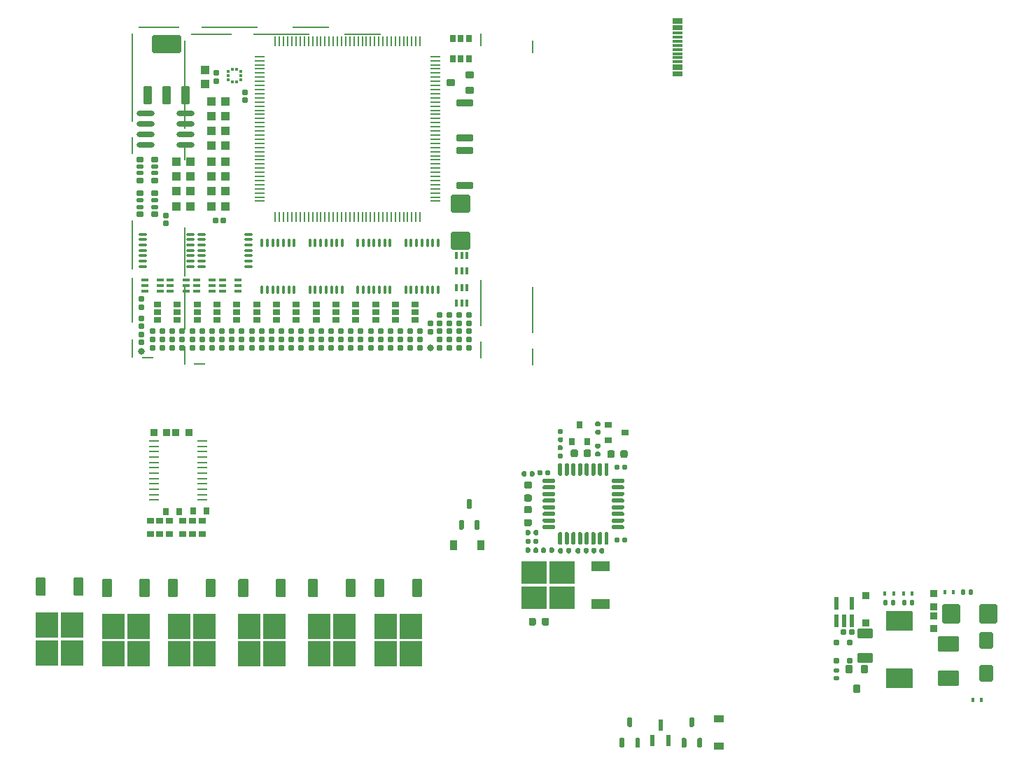
<source format=gtp>
G75*
G70*
%OFA0B0*%
%FSLAX25Y25*%
%IPPOS*%
%LPD*%
%AMOC8*
5,1,8,0,0,1.08239X$1,22.5*
%
%AMM1*
21,1,0.035430,0.030320,0.000000,0.000000,90.000000*
21,1,0.028350,0.037400,0.000000,0.000000,90.000000*
1,1,0.007090,0.015160,0.014170*
1,1,0.007090,0.015160,-0.014170*
1,1,0.007090,-0.015160,-0.014170*
1,1,0.007090,-0.015160,0.014170*
%
%AMM10*
21,1,0.025590,0.026380,0.000000,0.000000,90.000000*
21,1,0.020470,0.031500,0.000000,0.000000,90.000000*
1,1,0.005120,0.013190,0.010240*
1,1,0.005120,0.013190,-0.010240*
1,1,0.005120,-0.013190,-0.010240*
1,1,0.005120,-0.013190,0.010240*
%
%AMM100*
21,1,0.021650,0.052760,-0.000000,0.000000,0.000000*
21,1,0.017320,0.057090,-0.000000,0.000000,0.000000*
1,1,0.004330,0.008660,-0.026380*
1,1,0.004330,-0.008660,-0.026380*
1,1,0.004330,-0.008660,0.026380*
1,1,0.004330,0.008660,0.026380*
%
%AMM101*
21,1,0.035830,0.026770,-0.000000,0.000000,90.000000*
21,1,0.029130,0.033470,-0.000000,0.000000,90.000000*
1,1,0.006690,0.013390,0.014570*
1,1,0.006690,0.013390,-0.014570*
1,1,0.006690,-0.013390,-0.014570*
1,1,0.006690,-0.013390,0.014570*
%
%AMM102*
21,1,0.070870,0.036220,-0.000000,0.000000,180.000000*
21,1,0.061810,0.045280,-0.000000,0.000000,180.000000*
1,1,0.009060,-0.030910,0.018110*
1,1,0.009060,0.030910,0.018110*
1,1,0.009060,0.030910,-0.018110*
1,1,0.009060,-0.030910,-0.018110*
%
%AMM103*
21,1,0.033470,0.026770,-0.000000,0.000000,90.000000*
21,1,0.026770,0.033470,-0.000000,0.000000,90.000000*
1,1,0.006690,0.013390,0.013390*
1,1,0.006690,0.013390,-0.013390*
1,1,0.006690,-0.013390,-0.013390*
1,1,0.006690,-0.013390,0.013390*
%
%AMM104*
21,1,0.015750,0.016540,-0.000000,0.000000,0.000000*
21,1,0.012600,0.019680,-0.000000,0.000000,0.000000*
1,1,0.003150,0.006300,-0.008270*
1,1,0.003150,-0.006300,-0.008270*
1,1,0.003150,-0.006300,0.008270*
1,1,0.003150,0.006300,0.008270*
%
%AMM105*
21,1,0.023620,0.018900,-0.000000,0.000000,180.000000*
21,1,0.018900,0.023620,-0.000000,0.000000,180.000000*
1,1,0.004720,-0.009450,0.009450*
1,1,0.004720,0.009450,0.009450*
1,1,0.004720,0.009450,-0.009450*
1,1,0.004720,-0.009450,-0.009450*
%
%AMM106*
21,1,0.019680,0.019680,-0.000000,0.000000,90.000000*
21,1,0.015750,0.023620,-0.000000,0.000000,90.000000*
1,1,0.003940,0.009840,0.007870*
1,1,0.003940,0.009840,-0.007870*
1,1,0.003940,-0.009840,-0.007870*
1,1,0.003940,-0.009840,0.007870*
%
%AMM107*
21,1,0.019680,0.019680,-0.000000,0.000000,0.000000*
21,1,0.015750,0.023620,-0.000000,0.000000,0.000000*
1,1,0.003940,0.007870,-0.009840*
1,1,0.003940,-0.007870,-0.009840*
1,1,0.003940,-0.007870,0.009840*
1,1,0.003940,0.007870,0.009840*
%
%AMM11*
21,1,0.017720,0.027950,0.000000,0.000000,90.000000*
21,1,0.014170,0.031500,0.000000,0.000000,90.000000*
1,1,0.003540,0.013980,0.007090*
1,1,0.003540,0.013980,-0.007090*
1,1,0.003540,-0.013980,-0.007090*
1,1,0.003540,-0.013980,0.007090*
%
%AMM12*
21,1,0.031500,0.072440,0.000000,0.000000,90.000000*
21,1,0.025200,0.078740,0.000000,0.000000,90.000000*
1,1,0.006300,0.036220,0.012600*
1,1,0.006300,0.036220,-0.012600*
1,1,0.006300,-0.036220,-0.012600*
1,1,0.006300,-0.036220,0.012600*
%
%AMM13*
21,1,0.012600,0.028980,0.000000,0.000000,90.000000*
21,1,0.010080,0.031500,0.000000,0.000000,90.000000*
1,1,0.002520,0.014490,0.005040*
1,1,0.002520,0.014490,-0.005040*
1,1,0.002520,-0.014490,-0.005040*
1,1,0.002520,-0.014490,0.005040*
%
%AMM14*
21,1,0.012600,0.028980,0.000000,0.000000,180.000000*
21,1,0.010080,0.031500,0.000000,0.000000,180.000000*
1,1,0.002520,-0.005040,0.014490*
1,1,0.002520,0.005040,0.014490*
1,1,0.002520,0.005040,-0.014490*
1,1,0.002520,-0.005040,-0.014490*
%
%AMM15*
21,1,0.039370,0.035430,0.000000,0.000000,270.000000*
21,1,0.031500,0.043310,0.000000,0.000000,270.000000*
1,1,0.007870,-0.017720,-0.015750*
1,1,0.007870,-0.017720,0.015750*
1,1,0.007870,0.017720,0.015750*
1,1,0.007870,0.017720,-0.015750*
%
%AMM16*
21,1,0.027560,0.018900,0.000000,0.000000,90.000000*
21,1,0.022840,0.023620,0.000000,0.000000,90.000000*
1,1,0.004720,0.009450,0.011420*
1,1,0.004720,0.009450,-0.011420*
1,1,0.004720,-0.009450,-0.011420*
1,1,0.004720,-0.009450,0.011420*
%
%AMM2*
21,1,0.043310,0.075980,0.000000,0.000000,0.000000*
21,1,0.034650,0.084650,0.000000,0.000000,0.000000*
1,1,0.008660,0.017320,-0.037990*
1,1,0.008660,-0.017320,-0.037990*
1,1,0.008660,-0.017320,0.037990*
1,1,0.008660,0.017320,0.037990*
%
%AMM3*
21,1,0.043310,0.075990,0.000000,0.000000,0.000000*
21,1,0.034650,0.084650,0.000000,0.000000,0.000000*
1,1,0.008660,0.017320,-0.037990*
1,1,0.008660,-0.017320,-0.037990*
1,1,0.008660,-0.017320,0.037990*
1,1,0.008660,0.017320,0.037990*
%
%AMM4*
21,1,0.137800,0.067720,0.000000,0.000000,0.000000*
21,1,0.120870,0.084650,0.000000,0.000000,0.000000*
1,1,0.016930,0.060430,-0.033860*
1,1,0.016930,-0.060430,-0.033860*
1,1,0.016930,-0.060430,0.033860*
1,1,0.016930,0.060430,0.033860*
%
%AMM43*
21,1,0.027560,0.030710,0.000000,0.000000,0.000000*
21,1,0.022050,0.036220,0.000000,0.000000,0.000000*
1,1,0.005510,0.011020,-0.015350*
1,1,0.005510,-0.011020,-0.015350*
1,1,0.005510,-0.011020,0.015350*
1,1,0.005510,0.011020,0.015350*
%
%AMM5*
21,1,0.039370,0.035430,0.000000,0.000000,0.000000*
21,1,0.031500,0.043310,0.000000,0.000000,0.000000*
1,1,0.007870,0.015750,-0.017720*
1,1,0.007870,-0.015750,-0.017720*
1,1,0.007870,-0.015750,0.017720*
1,1,0.007870,0.015750,0.017720*
%
%AMM6*
21,1,0.023620,0.030710,0.000000,0.000000,180.000000*
21,1,0.018900,0.035430,0.000000,0.000000,180.000000*
1,1,0.004720,-0.009450,0.015350*
1,1,0.004720,0.009450,0.015350*
1,1,0.004720,0.009450,-0.015350*
1,1,0.004720,-0.009450,-0.015350*
%
%AMM64*
21,1,0.033470,0.026770,0.000000,0.000000,0.000000*
21,1,0.026770,0.033470,0.000000,0.000000,0.000000*
1,1,0.006690,0.013390,-0.013390*
1,1,0.006690,-0.013390,-0.013390*
1,1,0.006690,-0.013390,0.013390*
1,1,0.006690,0.013390,0.013390*
%
%AMM7*
21,1,0.027560,0.018900,0.000000,0.000000,180.000000*
21,1,0.022840,0.023620,0.000000,0.000000,180.000000*
1,1,0.004720,-0.011420,0.009450*
1,1,0.004720,0.011420,0.009450*
1,1,0.004720,0.011420,-0.009450*
1,1,0.004720,-0.011420,-0.009450*
%
%AMM8*
21,1,0.023620,0.030710,0.000000,0.000000,270.000000*
21,1,0.018900,0.035430,0.000000,0.000000,270.000000*
1,1,0.004720,-0.015350,-0.009450*
1,1,0.004720,-0.015350,0.009450*
1,1,0.004720,0.015350,0.009450*
1,1,0.004720,0.015350,-0.009450*
%
%AMM9*
21,1,0.086610,0.073230,0.000000,0.000000,90.000000*
21,1,0.069290,0.090550,0.000000,0.000000,90.000000*
1,1,0.017320,0.036610,0.034650*
1,1,0.017320,0.036610,-0.034650*
1,1,0.017320,-0.036610,-0.034650*
1,1,0.017320,-0.036610,0.034650*
%
%AMM91*
21,1,0.027560,0.030710,0.000000,0.000000,270.000000*
21,1,0.022050,0.036220,0.000000,0.000000,270.000000*
1,1,0.005510,-0.015350,-0.011020*
1,1,0.005510,-0.015350,0.011020*
1,1,0.005510,0.015350,0.011020*
1,1,0.005510,0.015350,-0.011020*
%
%AMM95*
21,1,0.086610,0.073230,-0.000000,0.000000,0.000000*
21,1,0.069290,0.090550,-0.000000,0.000000,0.000000*
1,1,0.017320,0.034650,-0.036610*
1,1,0.017320,-0.034650,-0.036610*
1,1,0.017320,-0.034650,0.036610*
1,1,0.017320,0.034650,0.036610*
%
%AMM96*
21,1,0.094490,0.111020,-0.000000,0.000000,90.000000*
21,1,0.075590,0.129920,-0.000000,0.000000,90.000000*
1,1,0.018900,0.055510,0.037800*
1,1,0.018900,0.055510,-0.037800*
1,1,0.018900,-0.055510,-0.037800*
1,1,0.018900,-0.055510,0.037800*
%
%AMM97*
21,1,0.074800,0.083460,-0.000000,0.000000,90.000000*
21,1,0.059840,0.098430,-0.000000,0.000000,90.000000*
1,1,0.014960,0.041730,0.029920*
1,1,0.014960,0.041730,-0.029920*
1,1,0.014960,-0.041730,-0.029920*
1,1,0.014960,-0.041730,0.029920*
%
%AMM98*
21,1,0.078740,0.053540,-0.000000,0.000000,270.000000*
21,1,0.065350,0.066930,-0.000000,0.000000,270.000000*
1,1,0.013390,-0.026770,-0.032680*
1,1,0.013390,-0.026770,0.032680*
1,1,0.013390,0.026770,0.032680*
1,1,0.013390,0.026770,-0.032680*
%
%AMM99*
21,1,0.035430,0.030320,-0.000000,0.000000,180.000000*
21,1,0.028350,0.037400,-0.000000,0.000000,180.000000*
1,1,0.007090,-0.014170,0.015160*
1,1,0.007090,0.014170,0.015160*
1,1,0.007090,0.014170,-0.015160*
1,1,0.007090,-0.014170,-0.015160*
%
%ADD12R,0.04800X0.03600*%
%ADD14R,0.00787X0.09055*%
%ADD145M43*%
%ADD148O,0.04961X0.00984*%
%ADD15R,0.00787X0.42126*%
%ADD16R,0.00787X0.08268*%
%ADD17R,0.00787X0.23622*%
%ADD176M64*%
%ADD18R,0.00787X0.21260*%
%ADD19R,0.05512X0.00787*%
%ADD20R,0.19685X0.00787*%
%ADD21R,0.26772X0.00787*%
%ADD216R,0.03543X0.03150*%
%ADD219R,0.03150X0.03543*%
%ADD22R,0.17717X0.00787*%
%ADD23R,0.00787X0.06299*%
%ADD234M91*%
%ADD24R,0.00787X0.22441*%
%ADD241M95*%
%ADD242M96*%
%ADD243M97*%
%ADD244M98*%
%ADD245M99*%
%ADD246M100*%
%ADD247M101*%
%ADD248M102*%
%ADD249M103*%
%ADD25R,0.00787X0.07874*%
%ADD250M104*%
%ADD251M105*%
%ADD252M106*%
%ADD253M107*%
%ADD280R,0.08661X0.04724*%
%ADD284R,0.12008X0.10827*%
%ADD35R,0.04528X0.01181*%
%ADD38R,0.02200X0.05200*%
%ADD54R,0.03600X0.04800*%
%ADD60R,0.10827X0.12008*%
%ADD72O,0.00866X0.05118*%
%ADD73O,0.05118X0.00866*%
%ADD74M1*%
%ADD75M2*%
%ADD76M3*%
%ADD77M4*%
%ADD78M5*%
%ADD79M6*%
%ADD80M7*%
%ADD81M8*%
%ADD82M9*%
%ADD83C,0.03150*%
%ADD84M10*%
%ADD85M11*%
%ADD86M12*%
%ADD87O,0.01181X0.04331*%
%ADD88O,0.04331X0.01181*%
%ADD89M13*%
%ADD90O,0.08661X0.02362*%
%ADD91M14*%
%ADD92R,0.01476X0.01378*%
%ADD93R,0.01378X0.01476*%
%ADD94M15*%
%ADD95M16*%
X0000000Y0000000D02*
%LPD*%
G01*
D60*
X0203799Y0138425D03*
X0191792Y0138425D03*
X0203799Y0125236D03*
X0191792Y0125236D03*
G36*
G01*
X0204882Y0160964D02*
X0208662Y0160964D01*
G75*
G02*
X0209134Y0160492I0000000J-000472D01*
G01*
X0209134Y0152775D01*
G75*
G02*
X0208662Y0152303I-000472J0000000D01*
G01*
X0204882Y0152303D01*
G75*
G02*
X0204410Y0152775I0000000J0000472D01*
G01*
X0204410Y0160492D01*
G75*
G02*
X0204882Y0160964I0000472J0000000D01*
G01*
G37*
G36*
G01*
X0186929Y0160964D02*
X0190709Y0160964D01*
G75*
G02*
X0191181Y0160492I0000000J-000472D01*
G01*
X0191181Y0152775D01*
G75*
G02*
X0190709Y0152303I-000472J0000000D01*
G01*
X0186929Y0152303D01*
G75*
G02*
X0186457Y0152775I0000000J0000472D01*
G01*
X0186457Y0160492D01*
G75*
G02*
X0186929Y0160964I0000472J0000000D01*
G01*
G37*
G36*
G01*
X0434695Y0080511D02*
X0433534Y0080511D01*
G75*
G02*
X0432953Y0081092I0000000J0000581D01*
G01*
X0432953Y0084695D01*
G75*
G02*
X0433534Y0085275I0000581J0000000D01*
G01*
X0434695Y0085275D01*
G75*
G02*
X0435276Y0084695I0000000J-000581D01*
G01*
X0435276Y0081092D01*
G75*
G02*
X0434695Y0080511I-000581J0000000D01*
G01*
G37*
G36*
G01*
X0442175Y0080511D02*
X0441014Y0080511D01*
G75*
G02*
X0440433Y0081092I0000000J0000581D01*
G01*
X0440433Y0084695D01*
G75*
G02*
X0441014Y0085275I0000581J0000000D01*
G01*
X0442175Y0085275D01*
G75*
G02*
X0442756Y0084695I0000000J-000581D01*
G01*
X0442756Y0081092D01*
G75*
G02*
X0442175Y0080511I-000581J0000000D01*
G01*
G37*
G36*
G01*
X0438435Y0090393D02*
X0437274Y0090393D01*
G75*
G02*
X0436693Y0090974I0000000J0000581D01*
G01*
X0436693Y0094576D01*
G75*
G02*
X0437274Y0095157I0000581J0000000D01*
G01*
X0438435Y0095157D01*
G75*
G02*
X0439016Y0094576I0000000J-000581D01*
G01*
X0439016Y0090974D01*
G75*
G02*
X0438435Y0090393I-000581J0000000D01*
G01*
G37*
D12*
X0480177Y0081384D03*
X0480177Y0094284D03*
D14*
X0225847Y0267362D03*
D15*
X0225847Y0396496D03*
D16*
X0225847Y0364212D03*
D17*
X0225847Y0316771D03*
D18*
X0225847Y0290393D03*
D19*
X0232933Y0263228D03*
D20*
X0238445Y0420315D03*
D21*
X0271910Y0420315D03*
D22*
X0310689Y0420315D03*
D23*
X0391595Y0414409D03*
D24*
X0391595Y0289015D03*
D25*
X0391595Y0266771D03*
D60*
X0172303Y0139015D03*
X0160296Y0139015D03*
X0172303Y0125826D03*
X0160296Y0125826D03*
G36*
G01*
X0173386Y0161555D02*
X0177166Y0161555D01*
G75*
G02*
X0177638Y0161082I0000000J-000472D01*
G01*
X0177638Y0153366D01*
G75*
G02*
X0177166Y0152893I-000472J0000000D01*
G01*
X0173386Y0152893D01*
G75*
G02*
X0172914Y0153366I0000000J0000472D01*
G01*
X0172914Y0161082D01*
G75*
G02*
X0173386Y0161555I0000472J0000000D01*
G01*
G37*
G36*
G01*
X0155433Y0161555D02*
X0159213Y0161555D01*
G75*
G02*
X0159685Y0161082I0000000J-000472D01*
G01*
X0159685Y0153366D01*
G75*
G02*
X0159213Y0152893I-000472J0000000D01*
G01*
X0155433Y0152893D01*
G75*
G02*
X0154961Y0153366I0000000J0000472D01*
G01*
X0154961Y0161082D01*
G75*
G02*
X0155433Y0161555I0000472J0000000D01*
G01*
G37*
D35*
X0460473Y0427303D03*
X0460473Y0424153D03*
X0460473Y0419035D03*
X0460473Y0415098D03*
X0460473Y0413130D03*
X0460473Y0409193D03*
X0460473Y0404074D03*
X0460473Y0400925D03*
X0460473Y0402106D03*
X0460473Y0405256D03*
X0460473Y0407224D03*
X0460473Y0411161D03*
X0460473Y0417067D03*
X0460473Y0421004D03*
X0460473Y0422972D03*
X0460473Y0426122D03*
D38*
X0448681Y0083897D03*
X0456201Y0083897D03*
X0452441Y0091297D03*
D60*
X0302028Y0138425D03*
X0290020Y0138425D03*
X0302028Y0125236D03*
X0290020Y0125236D03*
G36*
G01*
X0303110Y0160964D02*
X0306890Y0160964D01*
G75*
G02*
X0307362Y0160492I0000000J-000472D01*
G01*
X0307362Y0152775D01*
G75*
G02*
X0306890Y0152303I-000472J0000000D01*
G01*
X0303110Y0152303D01*
G75*
G02*
X0302638Y0152775I0000000J0000472D01*
G01*
X0302638Y0160492D01*
G75*
G02*
X0303110Y0160964I0000472J0000000D01*
G01*
G37*
G36*
G01*
X0285158Y0160964D02*
X0288937Y0160964D01*
G75*
G02*
X0289410Y0160492I0000000J-000472D01*
G01*
X0289410Y0152775D01*
G75*
G02*
X0288937Y0152303I-000472J0000000D01*
G01*
X0285158Y0152303D01*
G75*
G02*
X0284685Y0152775I0000000J0000472D01*
G01*
X0284685Y0160492D01*
G75*
G02*
X0285158Y0160964I0000472J0000000D01*
G01*
G37*
X0333622Y0138425D03*
X0321614Y0138425D03*
X0333622Y0125236D03*
X0321614Y0125236D03*
G36*
G01*
X0334705Y0160964D02*
X0338484Y0160964D01*
G75*
G02*
X0338957Y0160492I0000000J-000472D01*
G01*
X0338957Y0152775D01*
G75*
G02*
X0338484Y0152303I-000472J0000000D01*
G01*
X0334705Y0152303D01*
G75*
G02*
X0334233Y0152775I0000000J0000472D01*
G01*
X0334233Y0160492D01*
G75*
G02*
X0334705Y0160964I0000472J0000000D01*
G01*
G37*
G36*
G01*
X0316752Y0160964D02*
X0320532Y0160964D01*
G75*
G02*
X0321004Y0160492I0000000J-000472D01*
G01*
X0321004Y0152775D01*
G75*
G02*
X0320532Y0152303I-000472J0000000D01*
G01*
X0316752Y0152303D01*
G75*
G02*
X0316280Y0152775I0000000J0000472D01*
G01*
X0316280Y0160492D01*
G75*
G02*
X0316752Y0160964I0000472J0000000D01*
G01*
G37*
X0268760Y0138425D03*
X0256752Y0138425D03*
X0268760Y0125236D03*
X0256752Y0125236D03*
G36*
G01*
X0269843Y0160964D02*
X0273622Y0160964D01*
G75*
G02*
X0274095Y0160492I0000000J-000472D01*
G01*
X0274095Y0152775D01*
G75*
G02*
X0273622Y0152303I-000472J0000000D01*
G01*
X0269843Y0152303D01*
G75*
G02*
X0269370Y0152775I0000000J0000472D01*
G01*
X0269370Y0160492D01*
G75*
G02*
X0269843Y0160964I0000472J0000000D01*
G01*
G37*
G36*
G01*
X0251890Y0160964D02*
X0255670Y0160964D01*
G75*
G02*
X0256142Y0160492I0000000J-000472D01*
G01*
X0256142Y0152775D01*
G75*
G02*
X0255670Y0152303I-000472J0000000D01*
G01*
X0251890Y0152303D01*
G75*
G02*
X0251418Y0152775I0000000J0000472D01*
G01*
X0251418Y0160492D01*
G75*
G02*
X0251890Y0160964I0000472J0000000D01*
G01*
G37*
X0235197Y0138425D03*
X0223189Y0138425D03*
X0235197Y0125236D03*
X0223189Y0125236D03*
G36*
G01*
X0236280Y0160964D02*
X0240059Y0160964D01*
G75*
G02*
X0240532Y0160492I0000000J-000472D01*
G01*
X0240532Y0152775D01*
G75*
G02*
X0240059Y0152303I-000472J0000000D01*
G01*
X0236280Y0152303D01*
G75*
G02*
X0235807Y0152775I0000000J0000472D01*
G01*
X0235807Y0160492D01*
G75*
G02*
X0236280Y0160964I0000472J0000000D01*
G01*
G37*
G36*
G01*
X0218327Y0160964D02*
X0222107Y0160964D01*
G75*
G02*
X0222579Y0160492I0000000J-000472D01*
G01*
X0222579Y0152775D01*
G75*
G02*
X0222107Y0152303I-000472J0000000D01*
G01*
X0218327Y0152303D01*
G75*
G02*
X0217855Y0152775I0000000J0000472D01*
G01*
X0217855Y0160492D01*
G75*
G02*
X0218327Y0160964I0000472J0000000D01*
G01*
G37*
G36*
G01*
X0358219Y0184350D02*
X0357057Y0184350D01*
G75*
G02*
X0356477Y0184931I0000000J0000581D01*
G01*
X0356477Y0188533D01*
G75*
G02*
X0357057Y0189114I0000581J0000000D01*
G01*
X0358219Y0189114D01*
G75*
G02*
X0358799Y0188533I0000000J-000581D01*
G01*
X0358799Y0184931D01*
G75*
G02*
X0358219Y0184350I-000581J0000000D01*
G01*
G37*
G36*
G01*
X0365699Y0184350D02*
X0364538Y0184350D01*
G75*
G02*
X0363957Y0184931I0000000J0000581D01*
G01*
X0363957Y0188533D01*
G75*
G02*
X0364538Y0189114I0000581J0000000D01*
G01*
X0365699Y0189114D01*
G75*
G02*
X0366280Y0188533I0000000J-000581D01*
G01*
X0366280Y0184931D01*
G75*
G02*
X0365699Y0184350I-000581J0000000D01*
G01*
G37*
G36*
G01*
X0361959Y0194232D02*
X0360797Y0194232D01*
G75*
G02*
X0360217Y0194813I0000000J0000581D01*
G01*
X0360217Y0198415D01*
G75*
G02*
X0360797Y0198996I0000581J0000000D01*
G01*
X0361959Y0198996D01*
G75*
G02*
X0362540Y0198415I0000000J-000581D01*
G01*
X0362540Y0194813D01*
G75*
G02*
X0361959Y0194232I-000581J0000000D01*
G01*
G37*
D54*
X0353944Y0176909D03*
X0366844Y0176909D03*
G36*
G01*
X0464223Y0080511D02*
X0463061Y0080511D01*
G75*
G02*
X0462481Y0081092I0000000J0000581D01*
G01*
X0462481Y0084695D01*
G75*
G02*
X0463061Y0085275I0000581J0000000D01*
G01*
X0464223Y0085275D01*
G75*
G02*
X0464803Y0084695I0000000J-000581D01*
G01*
X0464803Y0081092D01*
G75*
G02*
X0464223Y0080511I-000581J0000000D01*
G01*
G37*
G36*
G01*
X0471703Y0080511D02*
X0470542Y0080511D01*
G75*
G02*
X0469961Y0081092I0000000J0000581D01*
G01*
X0469961Y0084695D01*
G75*
G02*
X0470542Y0085275I0000581J0000000D01*
G01*
X0471703Y0085275D01*
G75*
G02*
X0472284Y0084695I0000000J-000581D01*
G01*
X0472284Y0081092D01*
G75*
G02*
X0471703Y0080511I-000581J0000000D01*
G01*
G37*
G36*
G01*
X0467963Y0090393D02*
X0466801Y0090393D01*
G75*
G02*
X0466221Y0090974I0000000J0000581D01*
G01*
X0466221Y0094576D01*
G75*
G02*
X0466801Y0095157I0000581J0000000D01*
G01*
X0467963Y0095157D01*
G75*
G02*
X0468544Y0094576I0000000J-000581D01*
G01*
X0468544Y0090974D01*
G75*
G02*
X0467963Y0090393I-000581J0000000D01*
G01*
G37*
X0200689Y0266043D02*
G01*
G75*
D18*
X0201083Y0293602D02*
D03*
D14*
X0201083Y0270571D02*
D03*
D17*
X0201083Y0319980D02*
D03*
D25*
X0366831Y0269980D02*
D03*
D16*
X0201083Y0367421D02*
D03*
D15*
X0201083Y0399704D02*
D03*
D20*
X0213681Y0423523D02*
D03*
D21*
X0247146Y0423523D02*
D03*
D22*
X0285925Y0423523D02*
D03*
D24*
X0366831Y0292224D02*
D03*
D23*
X0366831Y0417618D02*
D03*
D19*
X0208169Y0266437D02*
D03*
D72*
X0269094Y0417126D02*
D03*
X0271063Y0417126D02*
D03*
X0273031Y0417126D02*
D03*
X0275000Y0417126D02*
D03*
X0276968Y0417126D02*
D03*
X0278937Y0417126D02*
D03*
X0280905Y0417126D02*
D03*
X0282874Y0417126D02*
D03*
X0284842Y0417126D02*
D03*
X0286811Y0417126D02*
D03*
X0288779Y0417126D02*
D03*
X0290748Y0417126D02*
D03*
X0292717Y0417126D02*
D03*
X0294685Y0417126D02*
D03*
X0296654Y0417126D02*
D03*
X0298622Y0417126D02*
D03*
X0300591Y0417126D02*
D03*
X0302559Y0417126D02*
D03*
X0304528Y0417126D02*
D03*
X0306496Y0417126D02*
D03*
X0308465Y0417126D02*
D03*
X0310433Y0417126D02*
D03*
X0312402Y0417126D02*
D03*
X0314370Y0417126D02*
D03*
X0316339Y0417126D02*
D03*
X0318307Y0417126D02*
D03*
X0320276Y0417126D02*
D03*
X0322244Y0417126D02*
D03*
X0324213Y0417126D02*
D03*
X0326181Y0417126D02*
D03*
X0328150Y0417126D02*
D03*
X0330118Y0417126D02*
D03*
X0332087Y0417126D02*
D03*
X0334055Y0417126D02*
D03*
X0336024Y0417126D02*
D03*
X0337992Y0417126D02*
D03*
X0337992Y0333464D02*
D03*
X0336024Y0333464D02*
D03*
X0334055Y0333464D02*
D03*
X0332087Y0333464D02*
D03*
X0330118Y0333464D02*
D03*
X0328150Y0333464D02*
D03*
X0326181Y0333464D02*
D03*
X0324213Y0333464D02*
D03*
X0322244Y0333464D02*
D03*
X0320276Y0333464D02*
D03*
X0318307Y0333464D02*
D03*
X0316339Y0333464D02*
D03*
X0314370Y0333464D02*
D03*
X0312402Y0333464D02*
D03*
X0310433Y0333464D02*
D03*
X0308465Y0333464D02*
D03*
X0306496Y0333464D02*
D03*
X0304528Y0333464D02*
D03*
X0302559Y0333464D02*
D03*
X0300591Y0333464D02*
D03*
X0298622Y0333464D02*
D03*
X0296654Y0333464D02*
D03*
X0294685Y0333464D02*
D03*
X0292717Y0333464D02*
D03*
X0290748Y0333464D02*
D03*
X0288779Y0333464D02*
D03*
X0286811Y0333464D02*
D03*
X0284842Y0333464D02*
D03*
X0282874Y0333464D02*
D03*
X0280905Y0333464D02*
D03*
X0278937Y0333464D02*
D03*
X0276968Y0333464D02*
D03*
X0275000Y0333464D02*
D03*
X0273031Y0333464D02*
D03*
X0271063Y0333464D02*
D03*
X0269094Y0333464D02*
D03*
D73*
X0345374Y0409744D02*
D03*
X0345374Y0407775D02*
D03*
X0345374Y0405807D02*
D03*
X0345374Y0403838D02*
D03*
X0345374Y0401870D02*
D03*
X0345374Y0399901D02*
D03*
X0345374Y0397933D02*
D03*
X0345374Y0395964D02*
D03*
X0345374Y0393996D02*
D03*
X0345374Y0392027D02*
D03*
X0345374Y0390059D02*
D03*
X0345374Y0388090D02*
D03*
X0345374Y0386122D02*
D03*
X0345374Y0384153D02*
D03*
X0345374Y0382185D02*
D03*
X0345374Y0380216D02*
D03*
X0345374Y0378248D02*
D03*
X0345374Y0376279D02*
D03*
X0345374Y0374311D02*
D03*
X0345374Y0372342D02*
D03*
X0345374Y0370374D02*
D03*
X0345374Y0368405D02*
D03*
X0345374Y0366437D02*
D03*
X0345374Y0364468D02*
D03*
X0345374Y0362500D02*
D03*
X0345374Y0360531D02*
D03*
X0345374Y0358563D02*
D03*
X0345374Y0356594D02*
D03*
X0345374Y0354626D02*
D03*
X0345374Y0352657D02*
D03*
X0345374Y0350689D02*
D03*
X0345374Y0348720D02*
D03*
X0345374Y0346752D02*
D03*
X0345374Y0344783D02*
D03*
X0345374Y0342815D02*
D03*
X0345374Y0340846D02*
D03*
X0261713Y0340846D02*
D03*
X0261713Y0342815D02*
D03*
X0261713Y0344783D02*
D03*
X0261713Y0346752D02*
D03*
X0261713Y0348720D02*
D03*
X0261713Y0350689D02*
D03*
X0261713Y0352657D02*
D03*
X0261713Y0354626D02*
D03*
X0261713Y0356594D02*
D03*
X0261713Y0358563D02*
D03*
X0261713Y0360531D02*
D03*
X0261713Y0362500D02*
D03*
X0261713Y0364468D02*
D03*
X0261713Y0366437D02*
D03*
X0261713Y0368405D02*
D03*
X0261713Y0370374D02*
D03*
X0261713Y0372342D02*
D03*
X0261713Y0374311D02*
D03*
X0261713Y0376279D02*
D03*
X0261713Y0378248D02*
D03*
X0261713Y0380216D02*
D03*
X0261713Y0382185D02*
D03*
X0261713Y0384153D02*
D03*
X0261713Y0386122D02*
D03*
X0261713Y0388090D02*
D03*
X0261713Y0390059D02*
D03*
X0261713Y0392027D02*
D03*
X0261713Y0393996D02*
D03*
X0261713Y0395964D02*
D03*
X0261713Y0397933D02*
D03*
X0261713Y0399901D02*
D03*
X0261713Y0401870D02*
D03*
X0261713Y0403838D02*
D03*
X0261713Y0405807D02*
D03*
X0261713Y0407775D02*
D03*
X0261713Y0409744D02*
D03*
D74*
X0361719Y0393555D02*
D03*
X0352467Y0397295D02*
D03*
D74*
X0361719Y0401035D02*
D03*
D75*
X0208169Y0391240D02*
D03*
X0226280Y0391240D02*
D03*
D76*
X0217224Y0391240D02*
D03*
D77*
X0217224Y0415649D02*
D03*
D78*
X0238484Y0367224D02*
D03*
X0245177Y0367224D02*
D03*
X0245177Y0374311D02*
D03*
X0238484Y0374311D02*
D03*
X0238484Y0381397D02*
D03*
X0245177Y0381397D02*
D03*
X0245177Y0388484D02*
D03*
X0238484Y0388484D02*
D03*
X0228642Y0359744D02*
D03*
X0221949Y0359744D02*
D03*
X0245177Y0359744D02*
D03*
X0238484Y0359744D02*
D03*
X0228642Y0352657D02*
D03*
X0221949Y0352657D02*
D03*
X0245177Y0352657D02*
D03*
X0238484Y0352657D02*
D03*
X0228642Y0345571D02*
D03*
X0221949Y0345571D02*
D03*
X0245177Y0345571D02*
D03*
X0238484Y0345571D02*
D03*
X0221949Y0338484D02*
D03*
X0228642Y0338484D02*
D03*
X0245177Y0338484D02*
D03*
X0238484Y0338484D02*
D03*
D79*
X0361120Y0418182D02*
D03*
X0357380Y0418182D02*
D03*
X0353639Y0418182D02*
D03*
X0353639Y0408733D02*
D03*
X0357380Y0408733D02*
D03*
X0361120Y0408733D02*
D03*
D80*
X0205413Y0273523D02*
D03*
X0205413Y0277460D02*
D03*
X0351870Y0286515D02*
D03*
X0351870Y0282578D02*
D03*
X0248327Y0275098D02*
D03*
X0248327Y0271161D02*
D03*
X0262500Y0275098D02*
D03*
X0262500Y0271161D02*
D03*
X0281398Y0279035D02*
D03*
X0281398Y0275098D02*
D03*
X0281398Y0271161D02*
D03*
X0281398Y0275098D02*
D03*
X0290847Y0275098D02*
D03*
X0290847Y0279035D02*
D03*
X0290847Y0275098D02*
D03*
X0290847Y0271161D02*
D03*
X0314469Y0279035D02*
D03*
X0314469Y0275098D02*
D03*
X0338091Y0275098D02*
D03*
X0338091Y0279035D02*
D03*
X0338091Y0275098D02*
D03*
X0338091Y0271161D02*
D03*
X0254725Y0388878D02*
D03*
X0254725Y0392815D02*
D03*
X0342815Y0278641D02*
D03*
X0342815Y0282578D02*
D03*
X0205413Y0294193D02*
D03*
X0205413Y0290256D02*
D03*
X0216831Y0330216D02*
D03*
X0216831Y0334153D02*
D03*
X0361319Y0282578D02*
D03*
X0361319Y0286515D02*
D03*
X0356594Y0282578D02*
D03*
X0356594Y0286515D02*
D03*
X0347146Y0282578D02*
D03*
X0347146Y0286515D02*
D03*
X0210532Y0275098D02*
D03*
X0210532Y0279035D02*
D03*
X0215256Y0275098D02*
D03*
X0215256Y0279035D02*
D03*
X0219980Y0275098D02*
D03*
X0219980Y0279035D02*
D03*
X0224705Y0275098D02*
D03*
X0224705Y0279035D02*
D03*
X0210532Y0275098D02*
D03*
X0210532Y0271161D02*
D03*
X0215256Y0275098D02*
D03*
X0215256Y0271161D02*
D03*
X0219980Y0275098D02*
D03*
X0219980Y0271161D02*
D03*
X0224705Y0275098D02*
D03*
X0224705Y0271161D02*
D03*
X0229429Y0275098D02*
D03*
X0229429Y0279035D02*
D03*
X0234154Y0275098D02*
D03*
X0234154Y0279035D02*
D03*
X0238878Y0275098D02*
D03*
X0238878Y0279035D02*
D03*
X0243720Y0275098D02*
D03*
X0243720Y0279035D02*
D03*
X0229429Y0275098D02*
D03*
X0229429Y0271161D02*
D03*
X0234154Y0275098D02*
D03*
X0234154Y0271161D02*
D03*
X0238878Y0275098D02*
D03*
X0238878Y0271161D02*
D03*
X0243602Y0275098D02*
D03*
X0243602Y0271161D02*
D03*
X0248327Y0275098D02*
D03*
X0248327Y0279035D02*
D03*
X0253051Y0275098D02*
D03*
X0253051Y0279035D02*
D03*
X0257776Y0275098D02*
D03*
X0257776Y0279035D02*
D03*
X0262500Y0275098D02*
D03*
X0262500Y0279035D02*
D03*
X0253051Y0275098D02*
D03*
X0253051Y0271161D02*
D03*
X0257776Y0275098D02*
D03*
X0257776Y0271161D02*
D03*
X0267225Y0279035D02*
D03*
X0267225Y0275098D02*
D03*
X0271949Y0279035D02*
D03*
X0271949Y0275098D02*
D03*
X0276673Y0279035D02*
D03*
X0276673Y0275098D02*
D03*
X0267225Y0271161D02*
D03*
X0267225Y0275098D02*
D03*
X0271949Y0271161D02*
D03*
X0271949Y0275098D02*
D03*
X0276673Y0271161D02*
D03*
X0276673Y0275098D02*
D03*
X0286122Y0275098D02*
D03*
X0286122Y0279035D02*
D03*
X0295571Y0275098D02*
D03*
X0295571Y0279035D02*
D03*
X0300295Y0275098D02*
D03*
X0300295Y0279035D02*
D03*
X0286122Y0275098D02*
D03*
X0286122Y0271161D02*
D03*
X0295571Y0275098D02*
D03*
X0295571Y0271161D02*
D03*
X0300295Y0275098D02*
D03*
X0300295Y0271161D02*
D03*
X0305020Y0279035D02*
D03*
X0305020Y0275098D02*
D03*
X0309744Y0279035D02*
D03*
X0309744Y0275098D02*
D03*
X0319193Y0279035D02*
D03*
X0319193Y0275098D02*
D03*
X0305020Y0271161D02*
D03*
X0305020Y0275098D02*
D03*
X0309744Y0271161D02*
D03*
X0309744Y0275098D02*
D03*
X0314469Y0271161D02*
D03*
X0314469Y0275098D02*
D03*
X0319193Y0271161D02*
D03*
X0319193Y0275098D02*
D03*
X0323917Y0275098D02*
D03*
X0323917Y0279035D02*
D03*
X0328642Y0275098D02*
D03*
X0328642Y0279035D02*
D03*
X0333366Y0275098D02*
D03*
X0333366Y0279035D02*
D03*
X0323917Y0275098D02*
D03*
X0323917Y0271161D02*
D03*
X0328642Y0275098D02*
D03*
X0328642Y0271161D02*
D03*
X0333366Y0275098D02*
D03*
X0333366Y0271161D02*
D03*
X0347146Y0279035D02*
D03*
X0347146Y0275098D02*
D03*
X0351870Y0279035D02*
D03*
X0351870Y0275098D02*
D03*
X0356594Y0279035D02*
D03*
X0356594Y0275098D02*
D03*
X0361319Y0279035D02*
D03*
X0361319Y0275098D02*
D03*
X0347146Y0271161D02*
D03*
X0347146Y0275098D02*
D03*
X0351870Y0271161D02*
D03*
X0351870Y0275098D02*
D03*
X0356594Y0271161D02*
D03*
X0356594Y0275098D02*
D03*
X0361319Y0271161D02*
D03*
X0361319Y0275098D02*
D03*
X0205413Y0285137D02*
D03*
X0205413Y0281200D02*
D03*
X0240846Y0397933D02*
D03*
X0240846Y0401870D02*
D03*
D81*
X0260138Y0291830D02*
D03*
X0260138Y0288090D02*
D03*
X0260138Y0284350D02*
D03*
X0250689Y0284350D02*
D03*
X0250689Y0288090D02*
D03*
X0250689Y0291830D02*
D03*
X0222343Y0291830D02*
D03*
X0222343Y0288090D02*
D03*
X0222343Y0284350D02*
D03*
X0212894Y0284350D02*
D03*
X0212894Y0288090D02*
D03*
X0212894Y0291830D02*
D03*
X0241240Y0291830D02*
D03*
X0241240Y0288090D02*
D03*
X0241240Y0284350D02*
D03*
X0231791Y0284350D02*
D03*
X0231791Y0288090D02*
D03*
X0231791Y0291830D02*
D03*
X0279036Y0291830D02*
D03*
X0279036Y0288090D02*
D03*
X0279036Y0284350D02*
D03*
X0269587Y0284350D02*
D03*
X0269587Y0288090D02*
D03*
X0269587Y0291830D02*
D03*
X0297933Y0291830D02*
D03*
X0297933Y0288090D02*
D03*
X0297933Y0284350D02*
D03*
X0288484Y0284350D02*
D03*
X0288484Y0288090D02*
D03*
X0288484Y0291830D02*
D03*
X0316831Y0291830D02*
D03*
X0316831Y0288090D02*
D03*
X0316831Y0284350D02*
D03*
X0307382Y0284350D02*
D03*
X0307382Y0288090D02*
D03*
X0307382Y0291830D02*
D03*
X0335728Y0291830D02*
D03*
X0335728Y0288090D02*
D03*
X0335728Y0284350D02*
D03*
X0326280Y0284350D02*
D03*
X0326280Y0288090D02*
D03*
X0326280Y0291830D02*
D03*
D82*
X0357382Y0321948D02*
D03*
X0357382Y0339665D02*
D03*
D83*
X0343091Y0271161D02*
D03*
X0205413Y0269193D02*
D03*
D84*
X0211713Y0344685D02*
D03*
X0204626Y0344685D02*
D03*
X0204626Y0334645D02*
D03*
X0211713Y0334645D02*
D03*
X0211713Y0350787D02*
D03*
X0204626Y0350787D02*
D03*
X0204626Y0360827D02*
D03*
X0211713Y0360827D02*
D03*
D85*
X0204626Y0338090D02*
D03*
X0204626Y0341240D02*
D03*
X0211713Y0341240D02*
D03*
X0211713Y0338090D02*
D03*
X0211713Y0354232D02*
D03*
X0211713Y0357382D02*
D03*
X0204626Y0357382D02*
D03*
X0204626Y0354232D02*
D03*
D86*
X0359350Y0387696D02*
D03*
X0359350Y0371161D02*
D03*
X0359350Y0348327D02*
D03*
X0359350Y0364862D02*
D03*
D87*
X0346555Y0321161D02*
D03*
X0343996Y0321161D02*
D03*
X0341437Y0321161D02*
D03*
X0338878Y0321161D02*
D03*
X0336319Y0321161D02*
D03*
X0333760Y0321161D02*
D03*
X0331201Y0321161D02*
D03*
X0346555Y0298720D02*
D03*
X0343996Y0298720D02*
D03*
X0341437Y0298720D02*
D03*
X0338878Y0298720D02*
D03*
X0336319Y0298720D02*
D03*
X0333760Y0298720D02*
D03*
X0331201Y0298720D02*
D03*
X0278051Y0321161D02*
D03*
X0275492Y0321161D02*
D03*
X0272933Y0321161D02*
D03*
X0270374Y0321161D02*
D03*
X0267815Y0321161D02*
D03*
X0265256Y0321161D02*
D03*
X0262697Y0321161D02*
D03*
X0278051Y0298720D02*
D03*
X0275492Y0298720D02*
D03*
X0272933Y0298720D02*
D03*
X0270374Y0298720D02*
D03*
X0267815Y0298720D02*
D03*
X0265256Y0298720D02*
D03*
X0262697Y0298720D02*
D03*
X0300886Y0321161D02*
D03*
X0298327Y0321161D02*
D03*
X0295768Y0321161D02*
D03*
X0293209Y0321161D02*
D03*
X0290650Y0321161D02*
D03*
X0288091Y0321161D02*
D03*
X0285532Y0321161D02*
D03*
X0300886Y0298720D02*
D03*
X0298327Y0298720D02*
D03*
X0295768Y0298720D02*
D03*
X0293209Y0298720D02*
D03*
X0290650Y0298720D02*
D03*
X0288091Y0298720D02*
D03*
X0285532Y0298720D02*
D03*
X0323720Y0321161D02*
D03*
X0321161Y0321161D02*
D03*
X0318602Y0321161D02*
D03*
X0316043Y0321161D02*
D03*
X0313484Y0321161D02*
D03*
X0310925Y0321161D02*
D03*
X0308366Y0321161D02*
D03*
X0323720Y0298720D02*
D03*
X0321161Y0298720D02*
D03*
X0318602Y0298720D02*
D03*
X0316043Y0298720D02*
D03*
X0313484Y0298720D02*
D03*
X0310925Y0298720D02*
D03*
X0308366Y0298720D02*
D03*
D88*
X0256398Y0309744D02*
D03*
X0256398Y0312303D02*
D03*
X0256398Y0314862D02*
D03*
X0256398Y0317421D02*
D03*
X0256398Y0319980D02*
D03*
X0256398Y0322539D02*
D03*
X0256398Y0325098D02*
D03*
X0233957Y0309744D02*
D03*
X0233957Y0312303D02*
D03*
X0233957Y0314862D02*
D03*
X0233957Y0317421D02*
D03*
X0233957Y0319980D02*
D03*
X0233957Y0322539D02*
D03*
X0233957Y0325098D02*
D03*
X0228445Y0309744D02*
D03*
X0228445Y0312303D02*
D03*
X0228445Y0314862D02*
D03*
X0228445Y0317421D02*
D03*
X0228445Y0319980D02*
D03*
X0228445Y0322539D02*
D03*
X0228445Y0325098D02*
D03*
X0206004Y0309744D02*
D03*
X0206004Y0312303D02*
D03*
X0206004Y0314862D02*
D03*
X0206004Y0317421D02*
D03*
X0206004Y0319980D02*
D03*
X0206004Y0322539D02*
D03*
X0206004Y0325098D02*
D03*
D89*
X0239075Y0298130D02*
D03*
X0239075Y0300689D02*
D03*
X0239075Y0303248D02*
D03*
X0231595Y0298130D02*
D03*
X0231595Y0300689D02*
D03*
X0231595Y0303248D02*
D03*
X0218996Y0303248D02*
D03*
X0218996Y0300689D02*
D03*
X0218996Y0298130D02*
D03*
X0226476Y0303248D02*
D03*
X0226476Y0300689D02*
D03*
X0226476Y0298130D02*
D03*
X0214272Y0298130D02*
D03*
X0214272Y0300689D02*
D03*
X0214272Y0303248D02*
D03*
X0206791Y0298130D02*
D03*
X0206791Y0300689D02*
D03*
X0206791Y0303248D02*
D03*
X0243799Y0303248D02*
D03*
X0243799Y0300689D02*
D03*
X0243799Y0298130D02*
D03*
X0251280Y0303248D02*
D03*
X0251280Y0300689D02*
D03*
X0251280Y0298130D02*
D03*
D90*
X0207382Y0382600D02*
D03*
X0207382Y0377600D02*
D03*
X0207382Y0372600D02*
D03*
X0207382Y0367600D02*
D03*
X0226280Y0382600D02*
D03*
X0226280Y0377600D02*
D03*
X0226280Y0372600D02*
D03*
X0226280Y0367600D02*
D03*
D91*
X0360335Y0315059D02*
D03*
X0357776Y0315059D02*
D03*
X0355217Y0315059D02*
D03*
X0360335Y0307578D02*
D03*
X0357776Y0307578D02*
D03*
X0355217Y0307578D02*
D03*
X0360335Y0299704D02*
D03*
X0357776Y0299704D02*
D03*
X0355217Y0299704D02*
D03*
X0360335Y0292224D02*
D03*
X0357776Y0292224D02*
D03*
X0355217Y0292224D02*
D03*
D92*
X0246506Y0398720D02*
D03*
X0246506Y0400689D02*
D03*
X0246506Y0402657D02*
D03*
X0252510Y0402657D02*
D03*
X0252510Y0400689D02*
D03*
X0252510Y0398720D02*
D03*
D93*
X0248524Y0403691D02*
D03*
X0250492Y0403691D02*
D03*
X0250492Y0397687D02*
D03*
X0248524Y0397687D02*
D03*
D94*
X0235630Y0396752D02*
D03*
X0235630Y0403445D02*
D03*
D95*
X0244390Y0331791D02*
D03*
X0240453Y0331791D02*
D03*
X0615157Y0099409D02*
G01*
G75*
D241*
X0590790Y0144488D02*
D03*
X0608507Y0144488D02*
D03*
D242*
X0566338Y0141161D02*
D03*
X0566338Y0113799D02*
D03*
D243*
X0589566Y0129921D02*
D03*
X0589566Y0113779D02*
D03*
D244*
X0607677Y0131692D02*
D03*
X0607677Y0115944D02*
D03*
D245*
X0545899Y0108753D02*
D03*
X0549639Y0118005D02*
D03*
D245*
X0542159Y0118005D02*
D03*
D246*
X0536220Y0140840D02*
D03*
D246*
X0539960Y0140840D02*
D03*
X0543700Y0140840D02*
D03*
X0543700Y0149304D02*
D03*
X0536220Y0149304D02*
D03*
D247*
X0550221Y0153156D02*
D03*
X0550221Y0140164D02*
D03*
D248*
X0549933Y0134870D02*
D03*
X0549933Y0123452D02*
D03*
D249*
X0582480Y0154055D02*
D03*
X0582480Y0147834D02*
D03*
X0582480Y0143464D02*
D03*
X0582480Y0137244D02*
D03*
D250*
X0605369Y0103378D02*
D03*
X0601235Y0103378D02*
D03*
X0563495Y0153933D02*
D03*
X0559361Y0153933D02*
D03*
X0568208Y0153933D02*
D03*
X0572342Y0153933D02*
D03*
X0587857Y0154825D02*
D03*
X0591991Y0154825D02*
D03*
D251*
X0543650Y0135722D02*
D03*
X0539713Y0135722D02*
D03*
X0542748Y0122047D02*
D03*
X0542748Y0130708D02*
D03*
X0536351Y0122047D02*
D03*
X0536351Y0130708D02*
D03*
D252*
X0536220Y0113674D02*
D03*
X0536220Y0117218D02*
D03*
D253*
X0559558Y0149675D02*
D03*
X0563102Y0149675D02*
D03*
X0568602Y0149675D02*
D03*
X0572145Y0149675D02*
D03*
X0600158Y0154825D02*
D03*
X0596614Y0154825D02*
D03*
X0383858Y0241339D02*
%LPD*%
G01*
G36*
G01*
X0419567Y0173731D02*
X0419567Y0175089D01*
G75*
G02*
X0420147Y0175670I0000581J0000000D01*
G01*
X0421309Y0175670D01*
G75*
G02*
X0421889Y0175089I0000000J-000581D01*
G01*
X0421889Y0173731D01*
G75*
G02*
X0421309Y0173150I-000581J0000000D01*
G01*
X0420147Y0173150D01*
G75*
G02*
X0419567Y0173731I0000000J0000581D01*
G01*
G37*
G36*
G01*
X0423386Y0173731D02*
X0423386Y0175089D01*
G75*
G02*
X0423966Y0175670I0000581J0000000D01*
G01*
X0425128Y0175670D01*
G75*
G02*
X0425708Y0175089I0000000J-000581D01*
G01*
X0425708Y0173731D01*
G75*
G02*
X0425128Y0173150I-000581J0000000D01*
G01*
X0423966Y0173150D01*
G75*
G02*
X0423386Y0173731I0000000J0000581D01*
G01*
G37*
G36*
G01*
X0404143Y0232304D02*
X0405502Y0232304D01*
G75*
G02*
X0406082Y0231723I0000000J-000581D01*
G01*
X0406082Y0230561D01*
G75*
G02*
X0405502Y0229981I-000581J0000000D01*
G01*
X0404143Y0229981D01*
G75*
G02*
X0403563Y0230561I0000000J0000581D01*
G01*
X0403563Y0231723D01*
G75*
G02*
X0404143Y0232304I0000581J0000000D01*
G01*
G37*
G36*
G01*
X0404143Y0228485D02*
X0405502Y0228485D01*
G75*
G02*
X0406082Y0227904I0000000J-000581D01*
G01*
X0406082Y0226743D01*
G75*
G02*
X0405502Y0226162I-000581J0000000D01*
G01*
X0404143Y0226162D01*
G75*
G02*
X0403563Y0226743I0000000J0000581D01*
G01*
X0403563Y0227904D01*
G75*
G02*
X0404143Y0228485I0000581J0000000D01*
G01*
G37*
G36*
G01*
X0419340Y0221777D02*
X0419340Y0219759D01*
G75*
G02*
X0418479Y0218898I-000861J0000000D01*
G01*
X0416757Y0218898D01*
G75*
G02*
X0415895Y0219759I0000000J0000861D01*
G01*
X0415895Y0221777D01*
G75*
G02*
X0416757Y0222638I0000861J0000000D01*
G01*
X0418479Y0222638D01*
G75*
G02*
X0419340Y0221777I0000000J-000861D01*
G01*
G37*
G36*
G01*
X0413139Y0221777D02*
X0413139Y0219759D01*
G75*
G02*
X0412278Y0218898I-000861J0000000D01*
G01*
X0410556Y0218898D01*
G75*
G02*
X0409695Y0219759I0000000J0000861D01*
G01*
X0409695Y0221777D01*
G75*
G02*
X0410556Y0222638I0000861J0000000D01*
G01*
X0412278Y0222638D01*
G75*
G02*
X0413139Y0221777I0000000J-000861D01*
G01*
G37*
G36*
G01*
X0394311Y0175286D02*
X0394311Y0173928D01*
G75*
G02*
X0393730Y0173347I-000581J0000000D01*
G01*
X0392569Y0173347D01*
G75*
G02*
X0391988Y0173928I0000000J0000581D01*
G01*
X0391988Y0175286D01*
G75*
G02*
X0392569Y0175867I0000581J0000000D01*
G01*
X0393730Y0175867D01*
G75*
G02*
X0394311Y0175286I0000000J-000581D01*
G01*
G37*
G36*
G01*
X0390492Y0175286D02*
X0390492Y0173928D01*
G75*
G02*
X0389911Y0173347I-000581J0000000D01*
G01*
X0388750Y0173347D01*
G75*
G02*
X0388169Y0173928I0000000J0000581D01*
G01*
X0388169Y0175286D01*
G75*
G02*
X0388750Y0175867I0000581J0000000D01*
G01*
X0389911Y0175867D01*
G75*
G02*
X0390492Y0175286I0000000J-000581D01*
G01*
G37*
D219*
X0410138Y0226477D03*
X0417618Y0226477D03*
X0413878Y0234351D03*
G36*
G01*
X0394311Y0179469D02*
X0394311Y0178111D01*
G75*
G02*
X0393730Y0177530I-000581J0000000D01*
G01*
X0392569Y0177530D01*
G75*
G02*
X0391988Y0178111I0000000J0000581D01*
G01*
X0391988Y0179469D01*
G75*
G02*
X0392569Y0180050I0000581J0000000D01*
G01*
X0393730Y0180050D01*
G75*
G02*
X0394311Y0179469I0000000J-000581D01*
G01*
G37*
G36*
G01*
X0390492Y0179469D02*
X0390492Y0178111D01*
G75*
G02*
X0389911Y0177530I-000581J0000000D01*
G01*
X0388750Y0177530D01*
G75*
G02*
X0388169Y0178111I0000000J0000581D01*
G01*
X0388169Y0179469D01*
G75*
G02*
X0388750Y0180050I0000581J0000000D01*
G01*
X0389911Y0180050D01*
G75*
G02*
X0390492Y0179469I0000000J-000581D01*
G01*
G37*
G36*
G01*
X0418228Y0175089D02*
X0418228Y0173731D01*
G75*
G02*
X0417647Y0173150I-000581J0000000D01*
G01*
X0416486Y0173150D01*
G75*
G02*
X0415905Y0173731I0000000J0000581D01*
G01*
X0415905Y0175089D01*
G75*
G02*
X0416486Y0175670I0000581J0000000D01*
G01*
X0417647Y0175670D01*
G75*
G02*
X0418228Y0175089I0000000J-000581D01*
G01*
G37*
G36*
G01*
X0414409Y0175089D02*
X0414409Y0173731D01*
G75*
G02*
X0413828Y0173150I-000581J0000000D01*
G01*
X0412667Y0173150D01*
G75*
G02*
X0412086Y0173731I0000000J0000581D01*
G01*
X0412086Y0175089D01*
G75*
G02*
X0412667Y0175670I0000581J0000000D01*
G01*
X0413828Y0175670D01*
G75*
G02*
X0414409Y0175089I0000000J-000581D01*
G01*
G37*
G36*
G01*
X0430492Y0178849D02*
X0430492Y0180207D01*
G75*
G02*
X0431073Y0180788I0000581J0000000D01*
G01*
X0432234Y0180788D01*
G75*
G02*
X0432815Y0180207I0000000J-000581D01*
G01*
X0432815Y0178849D01*
G75*
G02*
X0432234Y0178268I-000581J0000000D01*
G01*
X0431073Y0178268D01*
G75*
G02*
X0430492Y0178849I0000000J0000581D01*
G01*
G37*
G36*
G01*
X0434311Y0178849D02*
X0434311Y0180207D01*
G75*
G02*
X0434891Y0180788I0000581J0000000D01*
G01*
X0436053Y0180788D01*
G75*
G02*
X0436634Y0180207I0000000J-000581D01*
G01*
X0436634Y0178849D01*
G75*
G02*
X0436053Y0178268I-000581J0000000D01*
G01*
X0434891Y0178268D01*
G75*
G02*
X0434311Y0178849I0000000J0000581D01*
G01*
G37*
G36*
G01*
X0403720Y0173731D02*
X0403720Y0175089D01*
G75*
G02*
X0404301Y0175670I0000581J0000000D01*
G01*
X0405462Y0175670D01*
G75*
G02*
X0406043Y0175089I0000000J-000581D01*
G01*
X0406043Y0173731D01*
G75*
G02*
X0405462Y0173150I-000581J0000000D01*
G01*
X0404301Y0173150D01*
G75*
G02*
X0403720Y0173731I0000000J0000581D01*
G01*
G37*
G36*
G01*
X0407539Y0173731D02*
X0407539Y0175089D01*
G75*
G02*
X0408120Y0175670I0000581J0000000D01*
G01*
X0409281Y0175670D01*
G75*
G02*
X0409862Y0175089I0000000J-000581D01*
G01*
X0409862Y0173731D01*
G75*
G02*
X0409281Y0173150I-000581J0000000D01*
G01*
X0408120Y0173150D01*
G75*
G02*
X0407539Y0173731I0000000J0000581D01*
G01*
G37*
G36*
G01*
X0430492Y0213495D02*
X0430492Y0214853D01*
G75*
G02*
X0431073Y0215433I0000581J0000000D01*
G01*
X0432234Y0215433D01*
G75*
G02*
X0432815Y0214853I0000000J-000581D01*
G01*
X0432815Y0213495D01*
G75*
G02*
X0432234Y0212914I-000581J0000000D01*
G01*
X0431073Y0212914D01*
G75*
G02*
X0430492Y0213495I0000000J0000581D01*
G01*
G37*
G36*
G01*
X0434311Y0213495D02*
X0434311Y0214853D01*
G75*
G02*
X0434891Y0215433I0000581J0000000D01*
G01*
X0436053Y0215433D01*
G75*
G02*
X0436634Y0214853I0000000J-000581D01*
G01*
X0436634Y0213495D01*
G75*
G02*
X0436053Y0212914I-000581J0000000D01*
G01*
X0434891Y0212914D01*
G75*
G02*
X0434311Y0213495I0000000J0000581D01*
G01*
G37*
D284*
X0405610Y0152028D03*
X0405610Y0164036D03*
X0392421Y0152028D03*
X0392421Y0164036D03*
D280*
X0423819Y0149056D03*
X0423819Y0167008D03*
G36*
G01*
X0404045Y0224528D02*
X0405403Y0224528D01*
G75*
G02*
X0405984Y0223947I0000000J-000581D01*
G01*
X0405984Y0222786D01*
G75*
G02*
X0405403Y0222205I-000581J0000000D01*
G01*
X0404045Y0222205D01*
G75*
G02*
X0403464Y0222786I0000000J0000581D01*
G01*
X0403464Y0223947D01*
G75*
G02*
X0404045Y0224528I0000581J0000000D01*
G01*
G37*
G36*
G01*
X0404045Y0220709D02*
X0405403Y0220709D01*
G75*
G02*
X0405984Y0220128I0000000J-000581D01*
G01*
X0405984Y0218967D01*
G75*
G02*
X0405403Y0218386I-000581J0000000D01*
G01*
X0404045Y0218386D01*
G75*
G02*
X0403464Y0218967I0000000J0000581D01*
G01*
X0403464Y0220128D01*
G75*
G02*
X0404045Y0220709I0000581J0000000D01*
G01*
G37*
G36*
G01*
X0390379Y0186024D02*
X0388361Y0186024D01*
G75*
G02*
X0387500Y0186885I0000000J0000861D01*
G01*
X0387500Y0188608D01*
G75*
G02*
X0388361Y0189469I0000861J0000000D01*
G01*
X0390379Y0189469D01*
G75*
G02*
X0391240Y0188608I0000000J-000861D01*
G01*
X0391240Y0186885D01*
G75*
G02*
X0390379Y0186024I-000861J0000000D01*
G01*
G37*
G36*
G01*
X0390379Y0192225D02*
X0388361Y0192225D01*
G75*
G02*
X0387500Y0193086I0000000J0000861D01*
G01*
X0387500Y0194808D01*
G75*
G02*
X0388361Y0195670I0000861J0000000D01*
G01*
X0390379Y0195670D01*
G75*
G02*
X0391240Y0194808I0000000J-000861D01*
G01*
X0391240Y0193086D01*
G75*
G02*
X0390379Y0192225I-000861J0000000D01*
G01*
G37*
G36*
G01*
X0394311Y0183652D02*
X0394311Y0182294D01*
G75*
G02*
X0393730Y0181713I-000581J0000000D01*
G01*
X0392569Y0181713D01*
G75*
G02*
X0391988Y0182294I0000000J0000581D01*
G01*
X0391988Y0183652D01*
G75*
G02*
X0392569Y0184233I0000581J0000000D01*
G01*
X0393730Y0184233D01*
G75*
G02*
X0394311Y0183652I0000000J-000581D01*
G01*
G37*
G36*
G01*
X0390492Y0183652D02*
X0390492Y0182294D01*
G75*
G02*
X0389911Y0181713I-000581J0000000D01*
G01*
X0388750Y0181713D01*
G75*
G02*
X0388169Y0182294I0000000J0000581D01*
G01*
X0388169Y0183652D01*
G75*
G02*
X0388750Y0184233I0000581J0000000D01*
G01*
X0389911Y0184233D01*
G75*
G02*
X0390492Y0183652I0000000J-000581D01*
G01*
G37*
G36*
G01*
X0389764Y0139543D02*
X0389764Y0141560D01*
G75*
G02*
X0390625Y0142422I0000861J0000000D01*
G01*
X0392347Y0142422D01*
G75*
G02*
X0393208Y0141560I0000000J-000861D01*
G01*
X0393208Y0139543D01*
G75*
G02*
X0392347Y0138682I-000861J0000000D01*
G01*
X0390625Y0138682D01*
G75*
G02*
X0389764Y0139543I0000000J0000861D01*
G01*
G37*
G36*
G01*
X0395964Y0139543D02*
X0395964Y0141560D01*
G75*
G02*
X0396826Y0142422I0000861J0000000D01*
G01*
X0398548Y0142422D01*
G75*
G02*
X0399409Y0141560I0000000J-000861D01*
G01*
X0399409Y0139543D01*
G75*
G02*
X0398548Y0138682I-000861J0000000D01*
G01*
X0396826Y0138682D01*
G75*
G02*
X0395964Y0139543I0000000J0000861D01*
G01*
G37*
G36*
G01*
X0388361Y0207382D02*
X0390379Y0207382D01*
G75*
G02*
X0391240Y0206521I0000000J-000861D01*
G01*
X0391240Y0204799D01*
G75*
G02*
X0390379Y0203937I-000861J0000000D01*
G01*
X0388361Y0203937D01*
G75*
G02*
X0387500Y0204799I0000000J0000861D01*
G01*
X0387500Y0206521D01*
G75*
G02*
X0388361Y0207382I0000861J0000000D01*
G01*
G37*
G36*
G01*
X0388361Y0201182D02*
X0390379Y0201182D01*
G75*
G02*
X0391240Y0200320I0000000J-000861D01*
G01*
X0391240Y0198598D01*
G75*
G02*
X0390379Y0197737I-000861J0000000D01*
G01*
X0388361Y0197737D01*
G75*
G02*
X0387500Y0198598I0000000J0000861D01*
G01*
X0387500Y0200320D01*
G75*
G02*
X0388361Y0201182I0000861J0000000D01*
G01*
G37*
G36*
G01*
X0392539Y0211703D02*
X0392539Y0210345D01*
G75*
G02*
X0391958Y0209764I-000581J0000000D01*
G01*
X0390797Y0209764D01*
G75*
G02*
X0390216Y0210345I0000000J0000581D01*
G01*
X0390216Y0211703D01*
G75*
G02*
X0390797Y0212284I0000581J0000000D01*
G01*
X0391958Y0212284D01*
G75*
G02*
X0392539Y0211703I0000000J-000581D01*
G01*
G37*
G36*
G01*
X0388720Y0211703D02*
X0388720Y0210345D01*
G75*
G02*
X0388139Y0209764I-000581J0000000D01*
G01*
X0386978Y0209764D01*
G75*
G02*
X0386397Y0210345I0000000J0000581D01*
G01*
X0386397Y0211703D01*
G75*
G02*
X0386978Y0212284I0000581J0000000D01*
G01*
X0388139Y0212284D01*
G75*
G02*
X0388720Y0211703I0000000J-000581D01*
G01*
G37*
G36*
G01*
X0405216Y0177264D02*
X0404232Y0177264D01*
G75*
G02*
X0403740Y0177756I0000000J0000492D01*
G01*
X0403740Y0182678D01*
G75*
G02*
X0404232Y0183170I0000492J0000000D01*
G01*
X0405216Y0183170D01*
G75*
G02*
X0405708Y0182678I0000000J-000492D01*
G01*
X0405708Y0177756D01*
G75*
G02*
X0405216Y0177264I-000492J0000000D01*
G01*
G37*
G36*
G01*
X0408366Y0177264D02*
X0407382Y0177264D01*
G75*
G02*
X0406889Y0177756I0000000J0000492D01*
G01*
X0406889Y0182678D01*
G75*
G02*
X0407382Y0183170I0000492J0000000D01*
G01*
X0408366Y0183170D01*
G75*
G02*
X0408858Y0182678I0000000J-000492D01*
G01*
X0408858Y0177756D01*
G75*
G02*
X0408366Y0177264I-000492J0000000D01*
G01*
G37*
G36*
G01*
X0411515Y0177264D02*
X0410531Y0177264D01*
G75*
G02*
X0410039Y0177756I0000000J0000492D01*
G01*
X0410039Y0182678D01*
G75*
G02*
X0410531Y0183170I0000492J0000000D01*
G01*
X0411515Y0183170D01*
G75*
G02*
X0412008Y0182678I0000000J-000492D01*
G01*
X0412008Y0177756D01*
G75*
G02*
X0411515Y0177264I-000492J0000000D01*
G01*
G37*
G36*
G01*
X0414665Y0177264D02*
X0413681Y0177264D01*
G75*
G02*
X0413189Y0177756I0000000J0000492D01*
G01*
X0413189Y0182678D01*
G75*
G02*
X0413681Y0183170I0000492J0000000D01*
G01*
X0414665Y0183170D01*
G75*
G02*
X0415157Y0182678I0000000J-000492D01*
G01*
X0415157Y0177756D01*
G75*
G02*
X0414665Y0177264I-000492J0000000D01*
G01*
G37*
G36*
G01*
X0417815Y0177264D02*
X0416830Y0177264D01*
G75*
G02*
X0416338Y0177756I0000000J0000492D01*
G01*
X0416338Y0182678D01*
G75*
G02*
X0416830Y0183170I0000492J0000000D01*
G01*
X0417815Y0183170D01*
G75*
G02*
X0418307Y0182678I0000000J-000492D01*
G01*
X0418307Y0177756D01*
G75*
G02*
X0417815Y0177264I-000492J0000000D01*
G01*
G37*
G36*
G01*
X0420964Y0177264D02*
X0419980Y0177264D01*
G75*
G02*
X0419488Y0177756I0000000J0000492D01*
G01*
X0419488Y0182678D01*
G75*
G02*
X0419980Y0183170I0000492J0000000D01*
G01*
X0420964Y0183170D01*
G75*
G02*
X0421456Y0182678I0000000J-000492D01*
G01*
X0421456Y0177756D01*
G75*
G02*
X0420964Y0177264I-000492J0000000D01*
G01*
G37*
G36*
G01*
X0424114Y0177264D02*
X0423130Y0177264D01*
G75*
G02*
X0422638Y0177756I0000000J0000492D01*
G01*
X0422638Y0182678D01*
G75*
G02*
X0423130Y0183170I0000492J0000000D01*
G01*
X0424114Y0183170D01*
G75*
G02*
X0424606Y0182678I0000000J-000492D01*
G01*
X0424606Y0177756D01*
G75*
G02*
X0424114Y0177264I-000492J0000000D01*
G01*
G37*
G36*
G01*
X0427264Y0177264D02*
X0426279Y0177264D01*
G75*
G02*
X0425787Y0177756I0000000J0000492D01*
G01*
X0425787Y0182678D01*
G75*
G02*
X0426279Y0183170I0000492J0000000D01*
G01*
X0427264Y0183170D01*
G75*
G02*
X0427756Y0182678I0000000J-000492D01*
G01*
X0427756Y0177756D01*
G75*
G02*
X0427264Y0177264I-000492J0000000D01*
G01*
G37*
G36*
G01*
X0434645Y0184646D02*
X0429724Y0184646D01*
G75*
G02*
X0429232Y0185138I0000000J0000492D01*
G01*
X0429232Y0186122D01*
G75*
G02*
X0429724Y0186615I0000492J0000000D01*
G01*
X0434645Y0186615D01*
G75*
G02*
X0435138Y0186122I0000000J-000492D01*
G01*
X0435138Y0185138D01*
G75*
G02*
X0434645Y0184646I-000492J0000000D01*
G01*
G37*
G36*
G01*
X0434645Y0187796D02*
X0429724Y0187796D01*
G75*
G02*
X0429232Y0188288I0000000J0000492D01*
G01*
X0429232Y0189272D01*
G75*
G02*
X0429724Y0189764I0000492J0000000D01*
G01*
X0434645Y0189764D01*
G75*
G02*
X0435138Y0189272I0000000J-000492D01*
G01*
X0435138Y0188288D01*
G75*
G02*
X0434645Y0187796I-000492J0000000D01*
G01*
G37*
G36*
G01*
X0434645Y0190945D02*
X0429724Y0190945D01*
G75*
G02*
X0429232Y0191437I0000000J0000492D01*
G01*
X0429232Y0192422D01*
G75*
G02*
X0429724Y0192914I0000492J0000000D01*
G01*
X0434645Y0192914D01*
G75*
G02*
X0435138Y0192422I0000000J-000492D01*
G01*
X0435138Y0191437D01*
G75*
G02*
X0434645Y0190945I-000492J0000000D01*
G01*
G37*
G36*
G01*
X0434645Y0194095D02*
X0429724Y0194095D01*
G75*
G02*
X0429232Y0194587I0000000J0000492D01*
G01*
X0429232Y0195571D01*
G75*
G02*
X0429724Y0196063I0000492J0000000D01*
G01*
X0434645Y0196063D01*
G75*
G02*
X0435138Y0195571I0000000J-000492D01*
G01*
X0435138Y0194587D01*
G75*
G02*
X0434645Y0194095I-000492J0000000D01*
G01*
G37*
G36*
G01*
X0434645Y0197245D02*
X0429724Y0197245D01*
G75*
G02*
X0429232Y0197737I0000000J0000492D01*
G01*
X0429232Y0198721D01*
G75*
G02*
X0429724Y0199213I0000492J0000000D01*
G01*
X0434645Y0199213D01*
G75*
G02*
X0435138Y0198721I0000000J-000492D01*
G01*
X0435138Y0197737D01*
G75*
G02*
X0434645Y0197245I-000492J0000000D01*
G01*
G37*
G36*
G01*
X0434645Y0200394D02*
X0429724Y0200394D01*
G75*
G02*
X0429232Y0200886I0000000J0000492D01*
G01*
X0429232Y0201870D01*
G75*
G02*
X0429724Y0202363I0000492J0000000D01*
G01*
X0434645Y0202363D01*
G75*
G02*
X0435138Y0201870I0000000J-000492D01*
G01*
X0435138Y0200886D01*
G75*
G02*
X0434645Y0200394I-000492J0000000D01*
G01*
G37*
G36*
G01*
X0434645Y0203544D02*
X0429724Y0203544D01*
G75*
G02*
X0429232Y0204036I0000000J0000492D01*
G01*
X0429232Y0205020D01*
G75*
G02*
X0429724Y0205512I0000492J0000000D01*
G01*
X0434645Y0205512D01*
G75*
G02*
X0435138Y0205020I0000000J-000492D01*
G01*
X0435138Y0204036D01*
G75*
G02*
X0434645Y0203544I-000492J0000000D01*
G01*
G37*
G36*
G01*
X0434645Y0206693D02*
X0429724Y0206693D01*
G75*
G02*
X0429232Y0207185I0000000J0000492D01*
G01*
X0429232Y0208170D01*
G75*
G02*
X0429724Y0208662I0000492J0000000D01*
G01*
X0434645Y0208662D01*
G75*
G02*
X0435138Y0208170I0000000J-000492D01*
G01*
X0435138Y0207185D01*
G75*
G02*
X0434645Y0206693I-000492J0000000D01*
G01*
G37*
G36*
G01*
X0427264Y0210138D02*
X0426279Y0210138D01*
G75*
G02*
X0425787Y0210630I0000000J0000492D01*
G01*
X0425787Y0215552D01*
G75*
G02*
X0426279Y0216044I0000492J0000000D01*
G01*
X0427264Y0216044D01*
G75*
G02*
X0427756Y0215552I0000000J-000492D01*
G01*
X0427756Y0210630D01*
G75*
G02*
X0427264Y0210138I-000492J0000000D01*
G01*
G37*
G36*
G01*
X0424114Y0210138D02*
X0423130Y0210138D01*
G75*
G02*
X0422638Y0210630I0000000J0000492D01*
G01*
X0422638Y0215552D01*
G75*
G02*
X0423130Y0216044I0000492J0000000D01*
G01*
X0424114Y0216044D01*
G75*
G02*
X0424606Y0215552I0000000J-000492D01*
G01*
X0424606Y0210630D01*
G75*
G02*
X0424114Y0210138I-000492J0000000D01*
G01*
G37*
G36*
G01*
X0420964Y0210138D02*
X0419980Y0210138D01*
G75*
G02*
X0419488Y0210630I0000000J0000492D01*
G01*
X0419488Y0215552D01*
G75*
G02*
X0419980Y0216044I0000492J0000000D01*
G01*
X0420964Y0216044D01*
G75*
G02*
X0421456Y0215552I0000000J-000492D01*
G01*
X0421456Y0210630D01*
G75*
G02*
X0420964Y0210138I-000492J0000000D01*
G01*
G37*
G36*
G01*
X0417815Y0210138D02*
X0416830Y0210138D01*
G75*
G02*
X0416338Y0210630I0000000J0000492D01*
G01*
X0416338Y0215552D01*
G75*
G02*
X0416830Y0216044I0000492J0000000D01*
G01*
X0417815Y0216044D01*
G75*
G02*
X0418307Y0215552I0000000J-000492D01*
G01*
X0418307Y0210630D01*
G75*
G02*
X0417815Y0210138I-000492J0000000D01*
G01*
G37*
G36*
G01*
X0414665Y0210138D02*
X0413681Y0210138D01*
G75*
G02*
X0413189Y0210630I0000000J0000492D01*
G01*
X0413189Y0215552D01*
G75*
G02*
X0413681Y0216044I0000492J0000000D01*
G01*
X0414665Y0216044D01*
G75*
G02*
X0415157Y0215552I0000000J-000492D01*
G01*
X0415157Y0210630D01*
G75*
G02*
X0414665Y0210138I-000492J0000000D01*
G01*
G37*
G36*
G01*
X0411515Y0210138D02*
X0410531Y0210138D01*
G75*
G02*
X0410039Y0210630I0000000J0000492D01*
G01*
X0410039Y0215552D01*
G75*
G02*
X0410531Y0216044I0000492J0000000D01*
G01*
X0411515Y0216044D01*
G75*
G02*
X0412008Y0215552I0000000J-000492D01*
G01*
X0412008Y0210630D01*
G75*
G02*
X0411515Y0210138I-000492J0000000D01*
G01*
G37*
G36*
G01*
X0408366Y0210138D02*
X0407382Y0210138D01*
G75*
G02*
X0406889Y0210630I0000000J0000492D01*
G01*
X0406889Y0215552D01*
G75*
G02*
X0407382Y0216044I0000492J0000000D01*
G01*
X0408366Y0216044D01*
G75*
G02*
X0408858Y0215552I0000000J-000492D01*
G01*
X0408858Y0210630D01*
G75*
G02*
X0408366Y0210138I-000492J0000000D01*
G01*
G37*
G36*
G01*
X0405216Y0210138D02*
X0404232Y0210138D01*
G75*
G02*
X0403740Y0210630I0000000J0000492D01*
G01*
X0403740Y0215552D01*
G75*
G02*
X0404232Y0216044I0000492J0000000D01*
G01*
X0405216Y0216044D01*
G75*
G02*
X0405708Y0215552I0000000J-000492D01*
G01*
X0405708Y0210630D01*
G75*
G02*
X0405216Y0210138I-000492J0000000D01*
G01*
G37*
G36*
G01*
X0401771Y0206693D02*
X0396850Y0206693D01*
G75*
G02*
X0396358Y0207185I0000000J0000492D01*
G01*
X0396358Y0208170D01*
G75*
G02*
X0396850Y0208662I0000492J0000000D01*
G01*
X0401771Y0208662D01*
G75*
G02*
X0402264Y0208170I0000000J-000492D01*
G01*
X0402264Y0207185D01*
G75*
G02*
X0401771Y0206693I-000492J0000000D01*
G01*
G37*
G36*
G01*
X0401771Y0203544D02*
X0396850Y0203544D01*
G75*
G02*
X0396358Y0204036I0000000J0000492D01*
G01*
X0396358Y0205020D01*
G75*
G02*
X0396850Y0205512I0000492J0000000D01*
G01*
X0401771Y0205512D01*
G75*
G02*
X0402264Y0205020I0000000J-000492D01*
G01*
X0402264Y0204036D01*
G75*
G02*
X0401771Y0203544I-000492J0000000D01*
G01*
G37*
G36*
G01*
X0401771Y0200394D02*
X0396850Y0200394D01*
G75*
G02*
X0396358Y0200886I0000000J0000492D01*
G01*
X0396358Y0201870D01*
G75*
G02*
X0396850Y0202363I0000492J0000000D01*
G01*
X0401771Y0202363D01*
G75*
G02*
X0402264Y0201870I0000000J-000492D01*
G01*
X0402264Y0200886D01*
G75*
G02*
X0401771Y0200394I-000492J0000000D01*
G01*
G37*
G36*
G01*
X0401771Y0197245D02*
X0396850Y0197245D01*
G75*
G02*
X0396358Y0197737I0000000J0000492D01*
G01*
X0396358Y0198721D01*
G75*
G02*
X0396850Y0199213I0000492J0000000D01*
G01*
X0401771Y0199213D01*
G75*
G02*
X0402264Y0198721I0000000J-000492D01*
G01*
X0402264Y0197737D01*
G75*
G02*
X0401771Y0197245I-000492J0000000D01*
G01*
G37*
G36*
G01*
X0401771Y0194095D02*
X0396850Y0194095D01*
G75*
G02*
X0396358Y0194587I0000000J0000492D01*
G01*
X0396358Y0195571D01*
G75*
G02*
X0396850Y0196063I0000492J0000000D01*
G01*
X0401771Y0196063D01*
G75*
G02*
X0402264Y0195571I0000000J-000492D01*
G01*
X0402264Y0194587D01*
G75*
G02*
X0401771Y0194095I-000492J0000000D01*
G01*
G37*
G36*
G01*
X0401771Y0190945D02*
X0396850Y0190945D01*
G75*
G02*
X0396358Y0191437I0000000J0000492D01*
G01*
X0396358Y0192422D01*
G75*
G02*
X0396850Y0192914I0000492J0000000D01*
G01*
X0401771Y0192914D01*
G75*
G02*
X0402264Y0192422I0000000J-000492D01*
G01*
X0402264Y0191437D01*
G75*
G02*
X0401771Y0190945I-000492J0000000D01*
G01*
G37*
G36*
G01*
X0401771Y0187796D02*
X0396850Y0187796D01*
G75*
G02*
X0396358Y0188288I0000000J0000492D01*
G01*
X0396358Y0189272D01*
G75*
G02*
X0396850Y0189764I0000492J0000000D01*
G01*
X0401771Y0189764D01*
G75*
G02*
X0402264Y0189272I0000000J-000492D01*
G01*
X0402264Y0188288D01*
G75*
G02*
X0401771Y0187796I-000492J0000000D01*
G01*
G37*
G36*
G01*
X0401771Y0184646D02*
X0396850Y0184646D01*
G75*
G02*
X0396358Y0185138I0000000J0000492D01*
G01*
X0396358Y0186122D01*
G75*
G02*
X0396850Y0186615I0000492J0000000D01*
G01*
X0401771Y0186615D01*
G75*
G02*
X0402264Y0186122I0000000J-000492D01*
G01*
X0402264Y0185138D01*
G75*
G02*
X0401771Y0184646I-000492J0000000D01*
G01*
G37*
G36*
G01*
X0423317Y0219272D02*
X0421958Y0219272D01*
G75*
G02*
X0421378Y0219853I0000000J0000581D01*
G01*
X0421378Y0221014D01*
G75*
G02*
X0421958Y0221595I0000581J0000000D01*
G01*
X0423317Y0221595D01*
G75*
G02*
X0423897Y0221014I0000000J-000581D01*
G01*
X0423897Y0219853D01*
G75*
G02*
X0423317Y0219272I-000581J0000000D01*
G01*
G37*
G36*
G01*
X0423317Y0223091D02*
X0421958Y0223091D01*
G75*
G02*
X0421378Y0223672I0000000J0000581D01*
G01*
X0421378Y0224833D01*
G75*
G02*
X0421958Y0225414I0000581J0000000D01*
G01*
X0423317Y0225414D01*
G75*
G02*
X0423897Y0224833I0000000J-000581D01*
G01*
X0423897Y0223672D01*
G75*
G02*
X0423317Y0223091I-000581J0000000D01*
G01*
G37*
G36*
G01*
X0399921Y0212195D02*
X0399921Y0210837D01*
G75*
G02*
X0399340Y0210256I-000581J0000000D01*
G01*
X0398179Y0210256D01*
G75*
G02*
X0397598Y0210837I0000000J0000581D01*
G01*
X0397598Y0212195D01*
G75*
G02*
X0398179Y0212776I0000581J0000000D01*
G01*
X0399340Y0212776D01*
G75*
G02*
X0399921Y0212195I0000000J-000581D01*
G01*
G37*
G36*
G01*
X0396102Y0212195D02*
X0396102Y0210837D01*
G75*
G02*
X0395521Y0210256I-000581J0000000D01*
G01*
X0394360Y0210256D01*
G75*
G02*
X0393779Y0210837I0000000J0000581D01*
G01*
X0393779Y0212195D01*
G75*
G02*
X0394360Y0212776I0000581J0000000D01*
G01*
X0395521Y0212776D01*
G75*
G02*
X0396102Y0212195I0000000J-000581D01*
G01*
G37*
G36*
G01*
X0421958Y0235839D02*
X0423317Y0235839D01*
G75*
G02*
X0423897Y0235258I0000000J-000581D01*
G01*
X0423897Y0234097D01*
G75*
G02*
X0423317Y0233516I-000581J0000000D01*
G01*
X0421958Y0233516D01*
G75*
G02*
X0421378Y0234097I0000000J0000581D01*
G01*
X0421378Y0235258D01*
G75*
G02*
X0421958Y0235839I0000581J0000000D01*
G01*
G37*
G36*
G01*
X0421958Y0232020D02*
X0423317Y0232020D01*
G75*
G02*
X0423897Y0231439I0000000J-000581D01*
G01*
X0423897Y0230278D01*
G75*
G02*
X0423317Y0229697I-000581J0000000D01*
G01*
X0421958Y0229697D01*
G75*
G02*
X0421378Y0230278I0000000J0000581D01*
G01*
X0421378Y0231439D01*
G75*
G02*
X0421958Y0232020I0000581J0000000D01*
G01*
G37*
D216*
X0427559Y0234351D03*
X0427559Y0226870D03*
X0435433Y0230611D03*
G36*
G01*
X0401791Y0175286D02*
X0401791Y0173928D01*
G75*
G02*
X0401210Y0173347I-000581J0000000D01*
G01*
X0400049Y0173347D01*
G75*
G02*
X0399468Y0173928I0000000J0000581D01*
G01*
X0399468Y0175286D01*
G75*
G02*
X0400049Y0175867I0000581J0000000D01*
G01*
X0401210Y0175867D01*
G75*
G02*
X0401791Y0175286I0000000J-000581D01*
G01*
G37*
G36*
G01*
X0397972Y0175286D02*
X0397972Y0173928D01*
G75*
G02*
X0397391Y0173347I-000581J0000000D01*
G01*
X0396230Y0173347D01*
G75*
G02*
X0395649Y0173928I0000000J0000581D01*
G01*
X0395649Y0175286D01*
G75*
G02*
X0396230Y0175867I0000581J0000000D01*
G01*
X0397391Y0175867D01*
G75*
G02*
X0397972Y0175286I0000000J-000581D01*
G01*
G37*
G36*
G01*
X0436830Y0221413D02*
X0436830Y0219395D01*
G75*
G02*
X0435969Y0218534I-000861J0000000D01*
G01*
X0434247Y0218534D01*
G75*
G02*
X0433386Y0219395I0000000J0000861D01*
G01*
X0433386Y0221413D01*
G75*
G02*
X0434247Y0222274I0000861J0000000D01*
G01*
X0435969Y0222274D01*
G75*
G02*
X0436830Y0221413I0000000J-000861D01*
G01*
G37*
G36*
G01*
X0430630Y0221413D02*
X0430630Y0219395D01*
G75*
G02*
X0429768Y0218534I-000861J0000000D01*
G01*
X0428046Y0218534D01*
G75*
G02*
X0427185Y0219395I0000000J0000861D01*
G01*
X0427185Y0221413D01*
G75*
G02*
X0428046Y0222274I0000861J0000000D01*
G01*
X0429768Y0222274D01*
G75*
G02*
X0430630Y0221413I0000000J-000861D01*
G01*
G37*
X0206811Y0179875D02*
G01*
G75*
D148*
X0234154Y0198576D02*
D03*
X0234154Y0201135D02*
D03*
X0234154Y0203694D02*
D03*
X0234154Y0206253D02*
D03*
X0234154Y0208812D02*
D03*
X0234154Y0211371D02*
D03*
X0234154Y0213930D02*
D03*
X0234154Y0216489D02*
D03*
X0234154Y0219048D02*
D03*
X0234154Y0221607D02*
D03*
X0234154Y0224166D02*
D03*
X0234154Y0226725D02*
D03*
X0211161Y0198576D02*
D03*
X0211161Y0201135D02*
D03*
X0211161Y0203694D02*
D03*
X0211161Y0206253D02*
D03*
X0211161Y0208812D02*
D03*
X0211161Y0211371D02*
D03*
X0211161Y0213930D02*
D03*
X0211161Y0216489D02*
D03*
X0211161Y0219048D02*
D03*
X0211161Y0221607D02*
D03*
X0211161Y0224166D02*
D03*
X0211161Y0226725D02*
D03*
D176*
X0211181Y0230662D02*
D03*
X0217402Y0230662D02*
D03*
X0227933Y0230662D02*
D03*
X0221712Y0230662D02*
D03*
D145*
X0229941Y0193458D02*
D03*
X0236240Y0193458D02*
D03*
X0216949Y0193064D02*
D03*
X0223248Y0193064D02*
D03*
D234*
X0225024Y0182434D02*
D03*
X0225024Y0188733D02*
D03*
X0218701Y0188733D02*
D03*
X0218701Y0182434D02*
D03*
X0214075Y0182434D02*
D03*
X0214075Y0188733D02*
D03*
X0234252Y0188635D02*
D03*
X0234252Y0182336D02*
D03*
X0209449Y0188733D02*
D03*
X0209449Y0182434D02*
D03*
X0229646Y0188733D02*
D03*
X0229646Y0182434D02*
D03*
M02*

</source>
